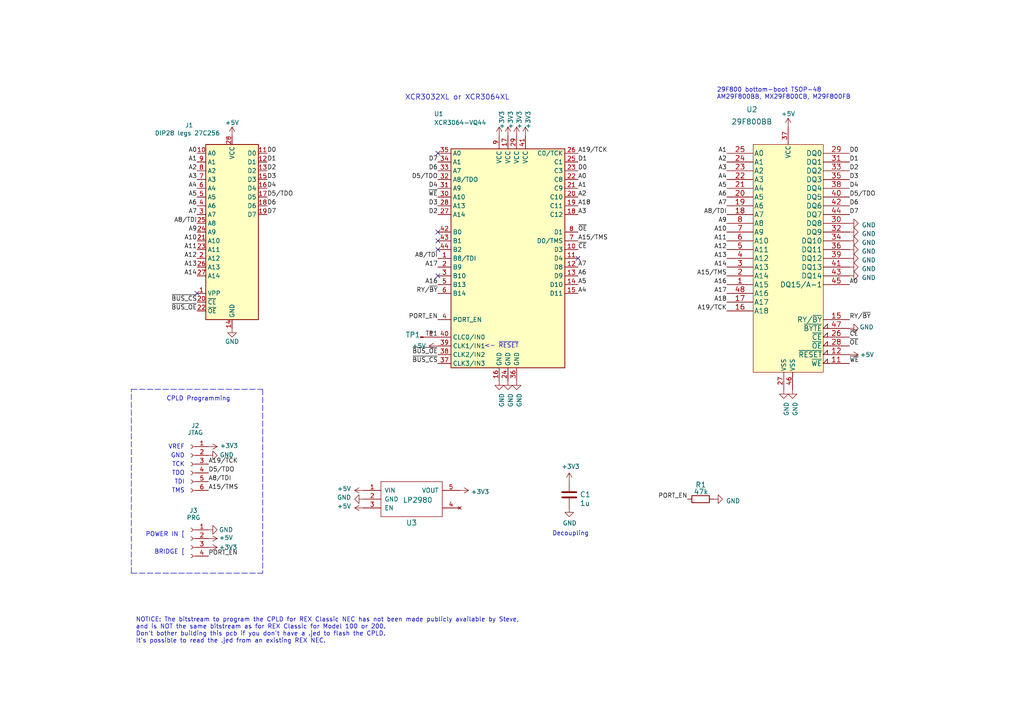
<source format=kicad_sch>
(kicad_sch (version 20211123) (generator eeschema)
  (paper "A4")
  (title_block (title "REX Classic NEC bkw") (date "2022-09-03") (rev "006") (company "Brian K. White - b.kenyon.w@gmail.com") (comment 1 "Original Design: Steven Adolph"))
  (lib_symbols
    (symbol "000_LOCAL:27C256"
      (property "Reference" "U" (at -7.62 26.67 0))
      (property "Value" "27C256" (at 2.54 -26.67 0))
      (symbol "27C256_1_1"
        (rectangle (start -7.62 25.4) (end 7.62 -25.4) (stroke (width 0.254)) (fill (type background)))
        (pin input line (at -10.16 -17.78 0) (length 2.54) (name "VPP") (number "1"))
        (pin input line (at -10.16 22.86 0) (length 2.54) (name "A0") (number "10"))
        (pin tri_state line (at 10.16 22.86 180) (length 2.54) (name "D0") (number "11"))
        (pin tri_state line (at 10.16 20.32 180) (length 2.54) (name "D1") (number "12"))
        (pin tri_state line (at 10.16 17.78 180) (length 2.54) (name "D2") (number "13"))
        (pin power_in line (at 0 -27.94 90) (length 2.54) (name "GND") (number "14"))
        (pin tri_state line (at 10.16 15.24 180) (length 2.54) (name "D3") (number "15"))
        (pin tri_state line (at 10.16 12.7 180) (length 2.54) (name "D4") (number "16"))
        (pin tri_state line (at 10.16 10.16 180) (length 2.54) (name "D5") (number "17"))
        (pin tri_state line (at 10.16 7.62 180) (length 2.54) (name "D6") (number "18"))
        (pin tri_state line (at 10.16 5.08 180) (length 2.54) (name "D7") (number "19"))
        (pin input line (at -10.16 -7.62 0) (length 2.54) (name "A12") (number "2"))
        (pin input line (at -10.16 -20.32 0) (length 2.54) (name "~{CE}") (number "20"))
        (pin input line (at -10.16 -2.54 0) (length 2.54) (name "A10") (number "21"))
        (pin input line (at -10.16 -22.86 0) (length 2.54) (name "~{OE}") (number "22"))
        (pin input line (at -10.16 -5.08 0) (length 2.54) (name "A11") (number "23"))
        (pin input line (at -10.16 0 0) (length 2.54) (name "A9") (number "24"))
        (pin input line (at -10.16 2.54 0) (length 2.54) (name "A8") (number "25"))
        (pin input line (at -10.16 -10.16 0) (length 2.54) (name "A13") (number "26"))
        (pin input line (at -10.16 -12.7 0) (length 2.54) (name "A14") (number "27"))
        (pin power_in line (at 0 27.94 270) (length 2.54) (name "VCC") (number "28"))
        (pin input line (at -10.16 5.08 0) (length 2.54) (name "A7") (number "3"))
        (pin input line (at -10.16 7.62 0) (length 2.54) (name "A6") (number "4"))
        (pin input line (at -10.16 10.16 0) (length 2.54) (name "A5") (number "5"))
        (pin input line (at -10.16 12.7 0) (length 2.54) (name "A4") (number "6"))
        (pin input line (at -10.16 15.24 0) (length 2.54) (name "A3") (number "7"))
        (pin input line (at -10.16 17.78 0) (length 2.54) (name "A2") (number "8"))
        (pin input line (at -10.16 20.32 0) (length 2.54) (name "A1") (number "9"))
      )
    )
    (symbol "000_LOCAL:29F800" (pin_names (offset 0.254))
      (property "Reference" "U" (at -6.731 -52.197 0))
      (property "Value" "29F800" (at -3.937 -54.737 0))
      (symbol "29F800_1_0"
        (pin power_in line (at -1.27 -68.58 90) (length 5.08) (name "VSS") (number "27"))
        (pin power_in line (at 0 7.62 270) (length 5.08) (name "VCC") (number "37"))
        (pin power_in line (at 1.27 -68.58 90) (length 5.08) (name "VSS") (number "46"))
      )
      (symbol "29F800_1_1"
        (rectangle (start -10.16 2.54) (end 10.16 -63.5) (fill (type background)))
        (pin input line (at -17.78 -38.1 0) (length 7.62) (name "A15") (number "1"))
        (pin input input_low (at 17.78 -60.96 180) (length 7.62) (name "~{WE}") (number "11"))
        (pin input input_low (at 17.78 -58.42 180) (length 7.62) (name "~{RESET}") (number "12"))
        (pin output line (at 17.78 -48.26 180) (length 7.62) (name "RY/~{BY}") (number "15"))
        (pin input line (at -17.78 -45.72 0) (length 7.62) (name "A18") (number "16"))
        (pin input line (at -17.78 -43.18 0) (length 7.62) (name "A17") (number "17"))
        (pin input line (at -17.78 -17.78 0) (length 7.62) (name "A7") (number "18"))
        (pin input line (at -17.78 -15.24 0) (length 7.62) (name "A6") (number "19"))
        (pin input line (at -17.78 -35.56 0) (length 7.62) (name "A14") (number "2"))
        (pin input line (at -17.78 -12.7 0) (length 7.62) (name "A5") (number "20"))
        (pin input line (at -17.78 -10.16 0) (length 7.62) (name "A4") (number "21"))
        (pin input line (at -17.78 -7.62 0) (length 7.62) (name "A3") (number "22"))
        (pin input line (at -17.78 -5.08 0) (length 7.62) (name "A2") (number "23"))
        (pin input line (at -17.78 -2.54 0) (length 7.62) (name "A1") (number "24"))
        (pin input line (at -17.78 0 0) (length 7.62) (name "A0") (number "25"))
        (pin input input_low (at 17.78 -53.34 180) (length 7.62) (name "~{CE}") (number "26"))
        (pin input input_low (at 17.78 -55.88 180) (length 7.62) (name "~{OE}") (number "28"))
        (pin bidirectional line (at 17.78 0 180) (length 7.62) (name "DQ0") (number "29"))
        (pin input line (at -17.78 -33.02 0) (length 7.62) (name "A13") (number "3"))
        (pin bidirectional line (at 17.78 -20.32 180) (length 7.62) (name "DQ8") (number "30"))
        (pin bidirectional line (at 17.78 -2.54 180) (length 7.62) (name "DQ1") (number "31"))
        (pin bidirectional line (at 17.78 -22.86 180) (length 7.62) (name "DQ9") (number "32"))
        (pin bidirectional line (at 17.78 -5.08 180) (length 7.62) (name "DQ2") (number "33"))
        (pin bidirectional line (at 17.78 -25.4 180) (length 7.62) (name "DQ10") (number "34"))
        (pin bidirectional line (at 17.78 -7.62 180) (length 7.62) (name "DQ3") (number "35"))
        (pin bidirectional line (at 17.78 -27.94 180) (length 7.62) (name "DQ11") (number "36"))
        (pin bidirectional line (at 17.78 -10.16 180) (length 7.62) (name "DQ4") (number "38"))
        (pin bidirectional line (at 17.78 -30.48 180) (length 7.62) (name "DQ12") (number "39"))
        (pin input line (at -17.78 -30.48 0) (length 7.62) (name "A12") (number "4"))
        (pin bidirectional line (at 17.78 -12.7 180) (length 7.62) (name "DQ5") (number "40"))
        (pin bidirectional line (at 17.78 -33.02 180) (length 7.62) (name "DQ13") (number "41"))
        (pin bidirectional line (at 17.78 -15.24 180) (length 7.62) (name "DQ6") (number "42"))
        (pin bidirectional line (at 17.78 -35.56 180) (length 7.62) (name "DQ14") (number "43"))
        (pin bidirectional line (at 17.78 -17.78 180) (length 7.62) (name "DQ7") (number "44"))
        (pin bidirectional line (at 17.78 -38.1 180) (length 7.62) (name "DQ15/A-1") (number "45"))
        (pin input input_low (at 17.78 -50.8 180) (length 7.62) (name "~{BYTE}") (number "47"))
        (pin input line (at -17.78 -40.64 0) (length 7.62) (name "A16") (number "48"))
        (pin input line (at -17.78 -27.94 0) (length 7.62) (name "A11") (number "5"))
        (pin input line (at -17.78 -25.4 0) (length 7.62) (name "A10") (number "6"))
        (pin input line (at -17.78 -22.86 0) (length 7.62) (name "A9") (number "7"))
        (pin input line (at -17.78 -20.32 0) (length 7.62) (name "A8") (number "8"))
      )
    )
    (symbol "000_LOCAL:C" (pin_numbers hide) (pin_names (offset 0.254))
      (property "Reference" "C" (at 0.635 2.54 0))
      (property "Value" "C" (at 0.635 -2.54 0))
      (symbol "C_0_1"
        (polyline (pts (xy -2.032 -0.762) (xy 2.032 -0.762)) (stroke (width 0.508)))
        (polyline (pts (xy -2.032 0.762) (xy 2.032 0.762)) (stroke (width 0.508)))
      )
      (symbol "C_1_1"
        (pin passive line (at 0 3.81 270) (length 2.794) (name "~") (number "1"))
        (pin passive line (at 0 -3.81 90) (length 2.794) (name "~") (number "2"))
      )
    )
    (symbol "000_LOCAL:LP2980" (pin_names (offset 1.016))
      (property "Value" "LP2980" (at -2.54 -10.16 0))
      (symbol "LP2980_1_0"
        (polyline (pts (xy -7.62 -5.08) (xy 10.16 -5.08)))
        (polyline (pts (xy -7.62 5.08) (xy -7.62 -5.08)))
        (polyline (pts (xy 10.16 -5.08) (xy 10.16 5.08)))
        (polyline (pts (xy 10.16 5.08) (xy -7.62 5.08)))
        (pin input line (at -12.7 2.54 0) (length 5.08) (name "VIN") (number "1"))
        (pin power_in line (at -12.7 0 0) (length 5.08) (name "GND") (number "2"))
        (pin output line (at -12.7 -2.54 0) (length 5.08) (name "EN") (number "3"))
        (pin no_connect line (at 15.24 -2.54 180) (length 5.08) (name "~") (number "4"))
        (pin input line (at 15.24 2.54 180) (length 5.08) (name "VOUT") (number "5"))
      )
    )
    (symbol "000_LOCAL:R" (pin_numbers hide) (pin_names (offset 0))
      (property "Reference" "R" (at 2.032 0 90))
      (property "Value" "R" (at 0 0 90))
      (symbol "R_0_1"
        (rectangle (start -1.016 -2.54) (end 1.016 2.54) (stroke (width 0.254)))
      )
      (symbol "R_1_1"
        (pin passive line (at 0 3.81 270) (length 1.27) (name "~") (number "1"))
        (pin passive line (at 0 -3.81 90) (length 1.27) (name "~") (number "2"))
      )
    )
    (symbol "000_LOCAL:XCR3064-VQ44"
      (property "Reference" "U" (at 0.254 2.032 0))
      (property "Value" "XCR3064-VQ44" (at 0.127 -2.286 0))
      (symbol "XCR3064-VQ44_1_1"
        (rectangle (start -16.51 31.75) (end 16.51 -31.75) (stroke (width 0.254)) (fill (type background)))
        (pin passive line (at -20.32 0 0) (length 3.81) (name "B8/TDI") (number "1"))
        (pin passive line (at 20.32 2.54 180) (length 3.81) (name "D3") (number "10"))
        (pin passive line (at 20.32 0 180) (length 3.81) (name "D4") (number "11"))
        (pin passive line (at 20.32 -2.54 180) (length 3.81) (name "D8") (number "12"))
        (pin passive line (at 20.32 -5.08 180) (length 3.81) (name "D9") (number "13"))
        (pin passive line (at 20.32 -7.62 180) (length 3.81) (name "D10") (number "14"))
        (pin passive line (at 20.32 -10.16 180) (length 3.81) (name "D11") (number "15"))
        (pin power_in line (at -2.54 -35.56 90) (length 3.81) (name "GND") (number "16"))
        (pin power_in line (at 0 35.56 270) (length 3.81) (name "VCC") (number "17"))
        (pin passive line (at 20.32 12.7 180) (length 3.81) (name "C12") (number "18"))
        (pin passive line (at 20.32 15.24 180) (length 3.81) (name "C11") (number "19"))
        (pin passive line (at -20.32 -2.54 0) (length 3.81) (name "B9") (number "2"))
        (pin passive line (at 20.32 17.78 180) (length 3.81) (name "C10") (number "20"))
        (pin passive line (at 20.32 20.32 180) (length 3.81) (name "C9") (number "21"))
        (pin passive line (at 20.32 22.86 180) (length 3.81) (name "C8") (number "22"))
        (pin passive line (at 20.32 25.4 180) (length 3.81) (name "C3") (number "23"))
        (pin power_in line (at 0 -35.56 90) (length 3.81) (name "GND") (number "24"))
        (pin passive line (at 20.32 27.94 180) (length 3.81) (name "C1") (number "25"))
        (pin passive line (at 20.32 30.48 180) (length 3.81) (name "C0/TCK") (number "26"))
        (pin passive line (at -20.32 12.7 0) (length 3.81) (name "A14") (number "27"))
        (pin passive line (at -20.32 15.24 0) (length 3.81) (name "A13") (number "28"))
        (pin power_in line (at 2.54 35.56 270) (length 3.81) (name "VCC") (number "29"))
        (pin passive line (at -20.32 -5.08 0) (length 3.81) (name "B10") (number "3"))
        (pin passive line (at -20.32 17.78 0) (length 3.81) (name "A10") (number "30"))
        (pin passive line (at -20.32 20.32 0) (length 3.81) (name "A9") (number "31"))
        (pin passive line (at -20.32 22.86 0) (length 3.81) (name "A8/TDO") (number "32"))
        (pin passive line (at -20.32 25.4 0) (length 3.81) (name "A7") (number "33"))
        (pin passive line (at -20.32 27.94 0) (length 3.81) (name "A1") (number "34"))
        (pin passive line (at -20.32 30.48 0) (length 3.81) (name "A0") (number "35"))
        (pin power_in line (at 2.54 -35.56 90) (length 3.81) (name "GND") (number "36"))
        (pin input line (at -20.32 -30.48 0) (length 3.81) (name "CLK3/IN3") (number "37"))
        (pin input line (at -20.32 -27.94 0) (length 3.81) (name "CLK2/IN2") (number "38"))
        (pin input line (at -20.32 -25.4 0) (length 3.81) (name "CLK1/IN1") (number "39"))
        (pin input line (at -20.32 -17.78 0) (length 3.81) (name "PORT_EN") (number "4"))
        (pin input line (at -20.32 -22.86 0) (length 3.81) (name "CLC0/IN0") (number "40"))
        (pin power_in line (at 5.08 35.56 270) (length 3.81) (name "VCC") (number "41"))
        (pin passive line (at -20.32 7.62 0) (length 3.81) (name "B0") (number "42"))
        (pin passive line (at -20.32 5.08 0) (length 3.81) (name "B1") (number "43"))
        (pin passive line (at -20.32 2.54 0) (length 3.81) (name "B2") (number "44"))
        (pin passive line (at -20.32 -7.62 0) (length 3.81) (name "B13") (number "5"))
        (pin passive line (at -20.32 -10.16 0) (length 3.81) (name "B14") (number "6"))
        (pin passive line (at 20.32 5.08 180) (length 3.81) (name "D0/TMS") (number "7"))
        (pin passive line (at 20.32 7.62 180) (length 3.81) (name "D1") (number "8"))
        (pin power_in line (at -2.54 35.56 270) (length 3.81) (name "VCC") (number "9"))
      )
    )
    (symbol "Connector:Conn_01x01_Male" (pin_names (offset 1.016) hide)
      (property "Reference" "J" (at 0 2.54 0))
      (property "Value" "Conn_01x01_Male" (at 0 -2.54 0))
      (symbol "Conn_01x01_Male_1_1"
        (polyline (pts (xy 1.27 0) (xy 0.8636 0)) (stroke (width 0.1524)))
        (rectangle (start 0.8636 0.127) (end 0 -0.127) (stroke (width 0.1524)) (fill (type outline)))
        (pin passive line (at 5.08 0 180) (length 3.81) (name "Pin_1") (number "1"))
      )
    )
    (symbol "Connector:Conn_01x04_Female" (pin_names (offset 1.016) hide)
      (property "Reference" "J" (at 0 5.08 0))
      (property "Value" "Conn_01x04_Female" (at 0 -7.62 0))
      (symbol "Conn_01x04_Female_1_1"
        (arc (start 0 -4.572) (mid -0.508 -5.08) (end 0 -5.588) (stroke (width 0.1524)))
        (arc (start 0 -2.032) (mid -0.508 -2.54) (end 0 -3.048) (stroke (width 0.1524)))
        (polyline (pts (xy -1.27 -5.08) (xy -0.508 -5.08)) (stroke (width 0.1524)))
        (polyline (pts (xy -1.27 -2.54) (xy -0.508 -2.54)) (stroke (width 0.1524)))
        (polyline (pts (xy -1.27 0) (xy -0.508 0)) (stroke (width 0.1524)))
        (polyline (pts (xy -1.27 2.54) (xy -0.508 2.54)) (stroke (width 0.1524)))
        (arc (start 0 0.508) (mid -0.508 0) (end 0 -0.508) (stroke (width 0.1524)))
        (arc (start 0 3.048) (mid -0.508 2.54) (end 0 2.032) (stroke (width 0.1524)))
        (pin passive line (at -5.08 2.54 0) (length 3.81) (name "Pin_1") (number "1"))
        (pin passive line (at -5.08 0 0) (length 3.81) (name "Pin_2") (number "2"))
        (pin passive line (at -5.08 -2.54 0) (length 3.81) (name "Pin_3") (number "3"))
        (pin passive line (at -5.08 -5.08 0) (length 3.81) (name "Pin_4") (number "4"))
      )
    )
    (symbol "Connector:Conn_01x06_Female" (pin_names (offset 1.016) hide)
      (property "Reference" "J" (at 0 7.62 0))
      (property "Value" "Conn_01x06_Female" (at 0 -10.16 0))
      (symbol "Conn_01x06_Female_1_1"
        (arc (start 0 -7.112) (mid -0.508 -7.62) (end 0 -8.128) (stroke (width 0.1524)))
        (arc (start 0 -4.572) (mid -0.508 -5.08) (end 0 -5.588) (stroke (width 0.1524)))
        (arc (start 0 -2.032) (mid -0.508 -2.54) (end 0 -3.048) (stroke (width 0.1524)))
        (polyline (pts (xy -1.27 -7.62) (xy -0.508 -7.62)) (stroke (width 0.1524)))
        (polyline (pts (xy -1.27 -5.08) (xy -0.508 -5.08)) (stroke (width 0.1524)))
        (polyline (pts (xy -1.27 -2.54) (xy -0.508 -2.54)) (stroke (width 0.1524)))
        (polyline (pts (xy -1.27 0) (xy -0.508 0)) (stroke (width 0.1524)))
        (polyline (pts (xy -1.27 2.54) (xy -0.508 2.54)) (stroke (width 0.1524)))
        (polyline (pts (xy -1.27 5.08) (xy -0.508 5.08)) (stroke (width 0.1524)))
        (arc (start 0 0.508) (mid -0.508 0) (end 0 -0.508) (stroke (width 0.1524)))
        (arc (start 0 3.048) (mid -0.508 2.54) (end 0 2.032) (stroke (width 0.1524)))
        (arc (start 0 5.588) (mid -0.508 5.08) (end 0 4.572) (stroke (width 0.1524)))
        (pin passive line (at -5.08 5.08 0) (length 3.81) (name "Pin_1") (number "1"))
        (pin passive line (at -5.08 2.54 0) (length 3.81) (name "Pin_2") (number "2"))
        (pin passive line (at -5.08 0 0) (length 3.81) (name "Pin_3") (number "3"))
        (pin passive line (at -5.08 -2.54 0) (length 3.81) (name "Pin_4") (number "4"))
        (pin passive line (at -5.08 -5.08 0) (length 3.81) (name "Pin_5") (number "5"))
        (pin passive line (at -5.08 -7.62 0) (length 3.81) (name "Pin_6") (number "6"))
      )
    )
    (symbol "power:+3V3" (power) (pin_names (offset 0))
      (property "Value" "+3V3" (at 0 3.556 0))
      (symbol "+3V3_0_1"
        (polyline (pts (xy -0.762 1.27) (xy 0 2.54)))
        (polyline (pts (xy 0 0) (xy 0 2.54)))
        (polyline (pts (xy 0 2.54) (xy 0.762 1.27)))
      )
      (symbol "+3V3_1_1"
        (pin power_in line (at 0 0 90) (length 0) hide (name "+3V3") (number "1"))
      )
    )
    (symbol "power:+5V" (power) (pin_names (offset 0))
      (property "Value" "+5V" (at 0 3.556 0))
      (symbol "+5V_0_1"
        (polyline (pts (xy -0.762 1.27) (xy 0 2.54)))
        (polyline (pts (xy 0 0) (xy 0 2.54)))
        (polyline (pts (xy 0 2.54) (xy 0.762 1.27)))
      )
      (symbol "+5V_1_1"
        (pin power_in line (at 0 0 90) (length 0) hide (name "+5V") (number "1"))
      )
    )
    (symbol "power:GND" (power) (pin_names (offset 0))
      (property "Value" "GND" (at 0 -3.81 0))
      (symbol "GND_0_1"
        (polyline (pts (xy 0 0) (xy 0 -1.27) (xy 1.27 -1.27) (xy 0 -2.54) (xy -1.27 -1.27) (xy 0 -1.27)))
      )
      (symbol "GND_1_1"
        (pin power_in line (at 0 0 270) (length 0) hide (name "GND") (number "1"))
      )
    )
  )
  (no_connect (at 57.15 85.09))
  (no_connect (at 127 44.45))
  (no_connect (at 167.64 74.93))
  (no_connect (at 127 72.39))
  (no_connect (at 127 67.31))
  (no_connect (at 127 80.01))
  (no_connect (at 127 69.85))
  (polyline (pts (xy 38.1 112.903) (xy 76.2 112.903)))
  (polyline (pts (xy 38.1 166.243) (xy 38.1 112.903)))
  (polyline (pts (xy 76.2 112.903) (xy 76.2 166.243)))
  (polyline (pts (xy 38.1 166.243) (xy 76.2 166.243)))
  (text "Decoupling" (at 160.147 155.575 0) (effects (font (size 1.27 1.27)) (justify left bottom)))
  (text "TCK" (at 53.594 135.509 180) (effects (font (size 1.27 1.27)) (justify right bottom)))
  (text "POWER IN [" (at 53.594 155.829 180) (effects (font (size 1.27 1.27)) (justify right bottom)))
  (text "TMS" (at 53.594 143.129 180) (effects (font (size 1.27 1.27)) (justify right bottom)))
  (text "GND" (at 53.594 132.969 180) (effects (font (size 1.27 1.27)) (justify right bottom)))
  (text "<- ~{RESET}" (at 150.495 101.092 180) (effects (font (size 1.27 1.27)) (justify right bottom)))
  (text "TDO" (at 53.594 138.049 180) (effects (font (size 1.27 1.27)) (justify right bottom)))
  (text "BRIDGE [" (at 53.594 160.909 180) (effects (font (size 1.27 1.27)) (justify right bottom)))
  (text "TDI" (at 53.594 140.589 180) (effects (font (size 1.27 1.27)) (justify right bottom)))
  (text "29F800 bottom-boot TSOP-48\nAM29F800BB, MX29F800CB, M29F800FB" (at 207.899 28.956 0) (effects (font (size 1.27 1.27)) (justify left bottom)))
  (text "XCR3032XL or XCR3064XL" (at 117.475 29.21 0) (effects (font (size 1.4986 1.4986)) (justify left bottom)))
  (text "VREF" (at 53.594 130.429 180) (effects (font (size 1.27 1.27)) (justify right bottom)))
  (text "CPLD Programming" (at 48.26 116.459 0) (effects (font (size 1.27 1.27)) (justify left bottom)))
  (text "NOTICE: The bitstream to program the CPLD for REX Classic NEC has not been made publicly available by Steve,\nand is NOT the same bitstream as for REX Classic for Model 100 or 200.\nDon't bother building this pcb if you don't have a .jed to flash the CPLD.\nIt's possible to read the .jed from an existing REX NEC.\n" (at 39.37 186.69 0) (effects (font (size 1.27 1.27)) (justify left bottom)))
  (label "A7" (at 57.15 62.23 180))
  (label "RY{slash}~{BY}" (at 127 85.09 180))
  (label "D5{slash}TDO" (at 127 52.07 180))
  (label "RY{slash}~{BY}" (at 246.38 92.71 0))
  (label "A11" (at 57.15 72.39 180))
  (label "A1" (at 167.64 54.61 0))
  (label "A4" (at 167.64 85.09 0))
  (label "D5{slash}TDO" (at 60.452 137.16 0))
  (label "A6" (at 57.15 59.69 180))
  (label "A8{slash}TDI" (at 57.15 64.77 180))
  (label "A15{slash}TMS" (at 210.82 80.01 180))
  (label "A15{slash}TMS" (at 167.64 69.85 0))
  (label "D4" (at 246.38 54.61 0))
  (label "~{OE}" (at 246.38 100.33 0))
  (label "D3" (at 77.47 52.07 0))
  (label "D3" (at 246.38 52.07 0))
  (label "D1" (at 167.64 46.99 0))
  (label "A18" (at 167.64 59.69 0))
  (label "TP1" (at 127 97.79 180))
  (label "A0" (at 167.64 52.07 0))
  (label "D2" (at 246.38 49.53 0))
  (label "A7" (at 210.82 59.69 180))
  (label "A13" (at 210.82 74.93 180))
  (label "PORT_EN" (at 199.39 144.78 180))
  (label "A6" (at 210.82 57.15 180))
  (label "~{WE}" (at 246.38 105.41 0))
  (label "A16" (at 127 82.55 180))
  (label "A2" (at 210.82 46.99 180))
  (label "A3" (at 57.15 52.07 180))
  (label "~{CE}" (at 246.38 97.79 0))
  (label "A17" (at 210.82 85.09 180))
  (label "~{WE}" (at 127 57.15 180))
  (label "D3" (at 127 59.69 180))
  (label "A5" (at 57.15 57.15 180))
  (label "D6" (at 127 49.53 180))
  (label "A14" (at 57.15 80.01 180))
  (label "A16" (at 210.82 82.55 180))
  (label "D0" (at 77.47 44.45 0))
  (label "A12" (at 210.82 72.39 180))
  (label "A12" (at 57.15 74.93 180))
  (label "D7" (at 77.47 62.23 0))
  (label "A8{slash}TDI" (at 127 74.93 180))
  (label "D2" (at 127 62.23 180))
  (label "A13" (at 57.15 77.47 180))
  (label "D4" (at 127 54.61 180))
  (label "A7" (at 167.64 77.47 0))
  (label "A6" (at 167.64 80.01 0))
  (label "A3" (at 167.64 62.23 0))
  (label "A10" (at 57.15 69.85 180))
  (label "A1" (at 210.82 44.45 180))
  (label "A18" (at 210.82 87.63 180))
  (label "D2" (at 77.47 49.53 0))
  (label "A9" (at 57.15 67.31 180))
  (label "A19{slash}TCK" (at 167.64 44.45 0))
  (label "D1" (at 246.38 46.99 0))
  (label "D5{slash}TDO" (at 246.38 57.15 0))
  (label "A8{slash}TDI" (at 60.452 139.7 0))
  (label "A2" (at 167.64 57.15 0))
  (label "D0" (at 246.38 44.45 0))
  (label "A5" (at 210.82 54.61 180))
  (label "D4" (at 77.47 54.61 0))
  (label "A2" (at 57.15 49.53 180))
  (label "A15{slash}TMS" (at 60.452 142.24 0))
  (label "D5{slash}TDO" (at 77.47 57.15 0))
  (label "PORT_EN" (at 127 92.71 180))
  (label "~{BUS_OE}" (at 57.15 90.17 180))
  (label "A19{slash}TCK" (at 60.452 134.62 0))
  (label "A14" (at 210.82 77.47 180))
  (label "PORT_EN" (at 60.452 161.29 0))
  (label "A9" (at 210.82 64.77 180))
  (label "A19{slash}TCK" (at 210.82 90.17 180))
  (label "A0" (at 57.15 44.45 180))
  (label "A4" (at 57.15 54.61 180))
  (label "A1" (at 57.15 46.99 180))
  (label "A8{slash}TDI" (at 210.82 62.23 180))
  (label "A5" (at 167.64 82.55 0))
  (label "~{BUS_OE}" (at 127 102.87 180))
  (label "D7" (at 246.38 62.23 0))
  (label "~{CE}" (at 167.64 72.39 0))
  (label "D1" (at 77.47 46.99 0))
  (label "A17" (at 127 77.47 180))
  (label "~{BUS_CS}" (at 57.15 87.63 180))
  (label "A10" (at 210.82 67.31 180))
  (label "D6" (at 246.38 59.69 0))
  (label "A3" (at 210.82 49.53 180))
  (label "~{OE}" (at 167.64 67.31 0))
  (label "D6" (at 77.47 59.69 0))
  (label "D7" (at 127 46.99 180))
  (label "A0" (at 246.38 82.55 0))
  (label "A11" (at 210.82 69.85 180))
  (label "~{BUS_CS}" (at 127 105.41 180))
  (label "A4" (at 210.82 52.07 180))
  (label "D0" (at 167.64 49.53 0))
  (symbol (lib_id "000_LOCAL:R") (at 203.2 144.78 270) (unit 1)
    (property "Reference" "R1" (at 201.676 141.478 90) (effects (font (size 1.4986 1.4986)) (justify left bottom)))
    (property "Value" "47k" (at 201.168 143.51 90) (effects (font (size 1.4986 1.4986)) (justify left bottom)))
    (property "Footprint" "000_LOCAL:R_0805" (effects hide))
  )
  (symbol (lib_id "000_LOCAL:C") (at 165.1 143.51 0) (unit 1)
    (property "Reference" "C1" (at 168.148 144.272 0) (effects (font (size 1.4986 1.4986)) (justify left bottom)))
    (property "Value" "1u" (at 168.148 146.812 0) (effects (font (size 1.4986 1.4986)) (justify left bottom)))
    (property "Footprint" "000_LOCAL:C_0805" (effects hide))
  )
  (symbol (lib_id "power:GND") (at 165.1 147.32 0) (unit 1)
    (property "Reference" "#PWR0104" (effects hide))
    (property "Value" "GND" (at 165.227 151.7142 0))
  )
  (symbol (lib_id "power:+3V3") (at 165.1 139.7 0) (unit 1)
    (property "Reference" "#PWR0105" (effects hide))
    (property "Value" "+3V3" (at 165.481 135.3058 0))
  )
  (symbol (lib_id "Connector:Conn_01x04_Female") (at 55.372 156.21 0) (mirror y) (unit 1)
    (property "Reference" "J3" (at 56.134 148.082 0))
    (property "Value" "PRG" (at 56.134 150.114 0))
    (property "Footprint" "000_LOCAL:1x4_pcb_socket" (effects hide))
  )
  (symbol (lib_id "power:+3V3") (at 133.35 142.24 270) (unit 1)
    (property "Reference" "#PWR0106" (effects hide))
    (property "Value" "+3V3" (at 136.6012 142.621 90) (effects (justify left)))
  )
  (symbol (lib_id "000_LOCAL:27C256") (at 67.31 67.31 0) (unit 1)
    (property "Reference" "J1" (at 54.864 36.322 0))
    (property "Value" "DIP28 legs 27C256" (at 54.356 38.608 0))
    (property "Footprint" "000_LOCAL:DIP-28_600_pcb" (effects hide))
  )
  (symbol (lib_id "power:+3V3") (at 60.452 129.54 270) (unit 1)
    (property "Reference" "#PWR0107" (effects hide))
    (property "Value" "+3V3" (at 63.754 129.286 90) (effects (justify left)))
  )
  (symbol (lib_id "power:GND") (at 60.452 132.08 90) (unit 1)
    (property "Reference" "#PWR0108" (effects hide))
    (property "Value" "GND" (at 63.7032 131.953 90) (effects (justify right)))
  )
  (symbol (lib_id "000_LOCAL:LP2980") (at 118.11 144.78 0) (unit 1)
    (property "Reference" "U3" (at 119.38 151.638 0) (effects (font (size 1.4986 1.4986))))
    (property "Value" "LP2980" (at 121.158 145.034 0) (effects (font (size 1.4986 1.4986))))
    (property "Footprint" "000_LOCAL:SOT-23-5" (effects hide))
  )
  (symbol (lib_id "Connector:Conn_01x06_Female") (at 55.372 134.62 0) (mirror y) (unit 1)
    (property "Reference" "J2" (at 56.642 123.444 0))
    (property "Value" "JTAG" (at 56.642 125.476 0))
    (property "Footprint" "000_LOCAL:1x6_pcb_socket" (effects hide))
  )
  (symbol (lib_id "power:GND") (at 105.41 144.78 270) (unit 1)
    (property "Reference" "#PWR0101" (effects hide))
    (property "Value" "GND" (at 101.854 144.272 90) (effects (justify right)))
  )
  (symbol (lib_id "power:+5V") (at 105.41 142.24 90) (unit 1)
    (property "Reference" "#PWR0102" (effects hide))
    (property "Value" "+5V" (at 101.854 141.732 90) (effects (justify left)))
  )
  (symbol (lib_id "000_LOCAL:29F800") (at 228.6 44.45 0) (unit 1)
    (property "Reference" "U2" (at 218.059 31.75 0) (effects (font (size 1.524 1.524))))
    (property "Value" "29F800BB" (at 218.059 35.306 0) (effects (font (size 1.524 1.524))))
    (property "Footprint" "000_LOCAL:TSOP-48" (effects hide))
    (property "Datasheet" "https://www.macronix.com/Lists/Datasheet/Attachments/8539/MX29F800C%20T-B,%205V,%208Mb,%20v1.3.pdf" (effects hide))
  )
  (symbol (lib_id "power:+3V3") (at 144.78 39.37 0) (unit 1)
    (property "Reference" "#PWR0110" (effects hide))
    (property "Value" "+3V3" (at 145.542 34.798 90))
  )
  (symbol (lib_id "power:+3V3") (at 147.32 39.37 0) (unit 1)
    (property "Reference" "#PWR0111" (effects hide))
    (property "Value" "+3V3" (at 148.082 34.798 90))
  )
  (symbol (lib_id "power:+3V3") (at 149.86 39.37 0) (unit 1)
    (property "Reference" "#PWR0112" (effects hide))
    (property "Value" "+3V3" (at 150.622 34.798 90))
  )
  (symbol (lib_id "power:+3V3") (at 152.4 39.37 0) (unit 1)
    (property "Reference" "#PWR0113" (effects hide))
    (property "Value" "+3V3" (at 153.162 34.798 90))
  )
  (symbol (lib_id "power:GND") (at 144.78 110.49 0) (unit 1)
    (property "Reference" "#PWR0114" (effects hide))
    (property "Value" "GND" (at 145.542 116.078 90))
  )
  (symbol (lib_id "power:GND") (at 147.32 110.49 0) (unit 1)
    (property "Reference" "#PWR0115" (effects hide))
    (property "Value" "GND" (at 148.082 116.078 90))
  )
  (symbol (lib_id "power:GND") (at 149.86 110.49 0) (unit 1)
    (property "Reference" "#PWR0116" (effects hide))
    (property "Value" "GND" (at 150.622 116.078 90))
  )
  (symbol (lib_id "power:GND") (at 227.33 113.03 0) (unit 1)
    (property "Reference" "#PWR0117" (effects hide))
    (property "Value" "GND" (at 228.092 118.618 90))
  )
  (symbol (lib_id "power:GND") (at 229.87 113.03 0) (unit 1)
    (property "Reference" "#PWR0118" (effects hide))
    (property "Value" "GND" (at 230.632 118.618 90))
  )
  (symbol (lib_id "power:+5V") (at 228.6 36.83 0) (unit 1)
    (property "Reference" "#PWR0119" (effects hide))
    (property "Value" "+5V" (at 228.6 33.02 0))
  )
  (symbol (lib_id "power:+5V") (at 67.31 39.37 0) (unit 1)
    (property "Reference" "#PWR0120" (effects hide))
    (property "Value" "+5V" (at 67.31 35.56 0))
  )
  (symbol (lib_id "power:GND") (at 67.31 95.25 0) (unit 1)
    (property "Reference" "#PWR0121" (effects hide))
    (property "Value" "GND" (at 67.31 99.06 0))
  )
  (symbol (lib_id "power:GND") (at 60.452 153.67 90) (unit 1)
    (property "Reference" "#PWR0122" (effects hide))
    (property "Value" "GND" (at 63.5 153.67 90) (effects (justify right)))
  )
  (symbol (lib_id "power:+5V") (at 60.452 156.21 270) (unit 1)
    (property "Reference" "#PWR0123" (effects hide))
    (property "Value" "+5V" (at 63.5 155.956 90) (effects (justify left)))
  )
  (symbol (lib_id "power:+3V3") (at 60.452 158.75 270) (unit 1)
    (property "Reference" "#PWR0124" (effects hide))
    (property "Value" "+3V3" (at 63.5 158.75 90) (effects (justify left)))
  )
  (symbol (lib_id "power:+5V") (at 105.41 147.32 90) (unit 1)
    (property "Reference" "#PWR0126" (effects hide))
    (property "Value" "+5V" (at 101.854 146.812 90) (effects (justify left)))
  )
  (symbol (lib_id "power:+5V") (at 246.38 102.87 270) (mirror x) (unit 1)
    (property "Reference" "#PWR0109" (effects hide))
    (property "Value" "+5V" (at 249.428 102.87 90) (effects (justify left)))
  )
  (symbol (lib_id "power:+5V") (at 127 100.33 90) (unit 1)
    (property "Reference" "#PWR0103" (effects hide))
    (property "Value" "+5V" (at 123.571 100.33 90) (effects (justify left)))
  )
  (symbol (lib_id "power:GND") (at 246.38 95.25 90) (unit 1)
    (property "Reference" "#PWR0125" (effects hide))
    (property "Value" "GND" (at 249.301 94.869 90) (effects (justify right)))
  )
  (symbol (lib_id "power:GND") (at 246.38 64.77 90) (unit 1)
    (property "Reference" "#PWR0127" (effects hide))
    (property "Value" "GND" (at 249.936 65.278 90) (effects (justify right)))
  )
  (symbol (lib_id "power:GND") (at 246.38 67.31 90) (unit 1)
    (property "Reference" "#PWR0128" (effects hide))
    (property "Value" "GND" (at 249.936 67.818 90) (effects (justify right)))
  )
  (symbol (lib_id "power:GND") (at 246.38 69.85 90) (unit 1)
    (property "Reference" "#PWR0129" (effects hide))
    (property "Value" "GND" (at 249.936 70.358 90) (effects (justify right)))
  )
  (symbol (lib_id "power:GND") (at 246.38 72.39 90) (unit 1)
    (property "Reference" "#PWR0130" (effects hide))
    (property "Value" "GND" (at 249.936 72.898 90) (effects (justify right)))
  )
  (symbol (lib_id "power:GND") (at 246.38 74.93 90) (unit 1)
    (property "Reference" "#PWR0131" (effects hide))
    (property "Value" "GND" (at 249.936 75.438 90) (effects (justify right)))
  )
  (symbol (lib_id "power:GND") (at 246.38 77.47 90) (unit 1)
    (property "Reference" "#PWR0132" (effects hide))
    (property "Value" "GND" (at 249.936 77.978 90) (effects (justify right)))
  )
  (symbol (lib_id "power:GND") (at 246.38 80.01 90) (unit 1)
    (property "Reference" "#PWR0133" (effects hide))
    (property "Value" "GND" (at 249.936 80.518 90) (effects (justify right)))
  )
  (symbol (lib_id "power:GND") (at 207.01 144.78 90) (unit 1)
    (property "Reference" "#PWR0134" (effects hide))
    (property "Value" "GND" (at 210.566 145.288 90) (effects (justify right)))
  )
  (symbol (lib_id "Connector:Conn_01x01_Male") (at 121.92 97.79 0) (mirror x) (unit 1)
    (property "Reference" "TP1" (at 117.602 96.266 0) (effects (font (size 1.4986 1.4986)) (justify left bottom)))
    (property "Value" "PINHD-1X1" (effects hide))
    (property "Footprint" "000_LOCAL:1x1_pin_h" (effects hide))
  )
  (symbol (lib_id "000_LOCAL:XCR3064-VQ44") (at 147.32 74.93 0) (unit 1)
    (property "Reference" "U1" (at 125.857 33.02 0) (effects (justify left)))
    (property "Value" "XCR3064-VQ44" (at 125.857 35.56 0) (effects (justify left)))
    (property "Footprint" "000_LOCAL:VQFP44" (effects hide))
    (property "Datasheet" "https://www.xilinx.com/support/documentation/data_sheets/ds017.pdf" (effects hide))
  )
)
</source>
